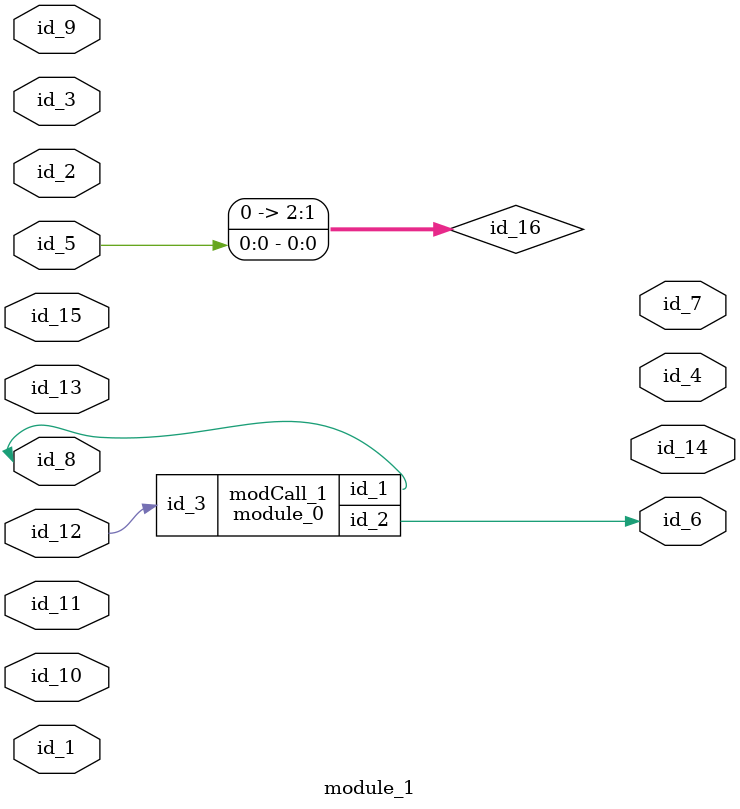
<source format=v>
module module_0 (
    id_1,
    id_2,
    id_3
);
  input wire id_3;
  output wire id_2;
  inout wire id_1;
endmodule
module module_1 (
    id_1,
    id_2,
    id_3,
    id_4,
    id_5,
    id_6,
    id_7,
    id_8,
    id_9,
    id_10,
    id_11,
    id_12,
    id_13,
    id_14,
    id_15
);
  inout wire id_15;
  output wire id_14;
  input wire id_13;
  module_0 modCall_1 (
      id_8,
      id_6,
      id_12
  );
  input wire id_12;
  input wire id_11;
  inout wire id_10;
  inout wire id_9;
  inout wire id_8;
  output wire id_7;
  output wire id_6;
  inout wire id_5;
  output wire id_4;
  inout wire id_3;
  input wire id_2;
  inout wire id_1;
  wire [~  1 : 1 'h0] id_16 = id_5;
endmodule

</source>
